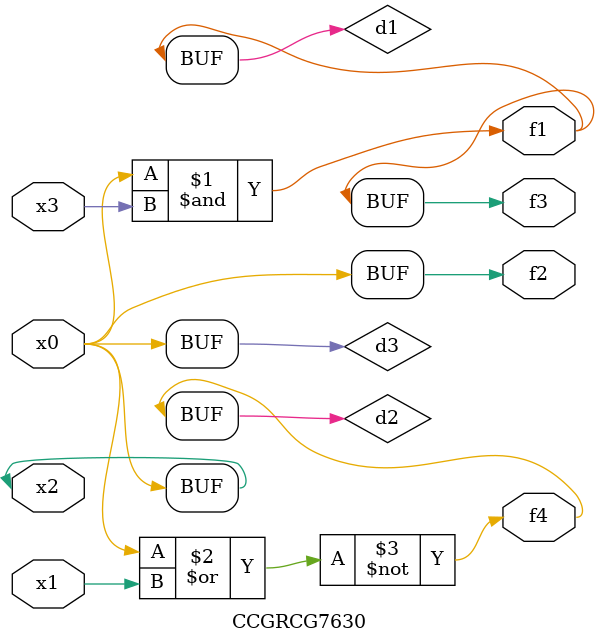
<source format=v>
module CCGRCG7630(
	input x0, x1, x2, x3,
	output f1, f2, f3, f4
);

	wire d1, d2, d3;

	and (d1, x2, x3);
	nor (d2, x0, x1);
	buf (d3, x0, x2);
	assign f1 = d1;
	assign f2 = d3;
	assign f3 = d1;
	assign f4 = d2;
endmodule

</source>
